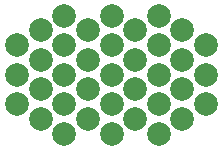
<source format=gbr>
%TF.GenerationSoftware,KiCad,Pcbnew,(6.0.1)*%
%TF.CreationDate,2022-03-11T13:59:14+01:00*%
%TF.ProjectId,pcbV10_front,70636256-3130-45f6-9672-6f6e742e6b69,rev?*%
%TF.SameCoordinates,Original*%
%TF.FileFunction,Soldermask,Bot*%
%TF.FilePolarity,Negative*%
%FSLAX46Y46*%
G04 Gerber Fmt 4.6, Leading zero omitted, Abs format (unit mm)*
G04 Created by KiCad (PCBNEW (6.0.1)) date 2022-03-11 13:59:14*
%MOMM*%
%LPD*%
G01*
G04 APERTURE LIST*
%ADD10C,2.000000*%
G04 APERTURE END LIST*
D10*
%TO.C,REF\u002A\u002A*%
X115000000Y-88700000D03*
X111000000Y-86200000D03*
X123000000Y-88700000D03*
X113000000Y-87450000D03*
X117000000Y-87450000D03*
X123000000Y-81200000D03*
X111000000Y-83700000D03*
X127000000Y-83700000D03*
X119000000Y-86200000D03*
X123000000Y-78700000D03*
X123000000Y-83700000D03*
X117000000Y-82450000D03*
X117000000Y-84950000D03*
X115000000Y-83700000D03*
X121000000Y-82450000D03*
X119000000Y-78700000D03*
X115000000Y-81200000D03*
X121000000Y-84950000D03*
X113000000Y-82450000D03*
X113000000Y-84950000D03*
X121000000Y-87450000D03*
X119000000Y-83700000D03*
X123000000Y-86200000D03*
X115000000Y-78700000D03*
X121000000Y-79950000D03*
X117000000Y-79950000D03*
X125000000Y-82450000D03*
X125000000Y-84950000D03*
X125000000Y-87450000D03*
X119000000Y-88700000D03*
X113000000Y-79950000D03*
X125000000Y-79950000D03*
X127000000Y-86200000D03*
X115000000Y-86200000D03*
X127000000Y-81200000D03*
X111000000Y-81200000D03*
X119000000Y-81200000D03*
%TD*%
M02*

</source>
